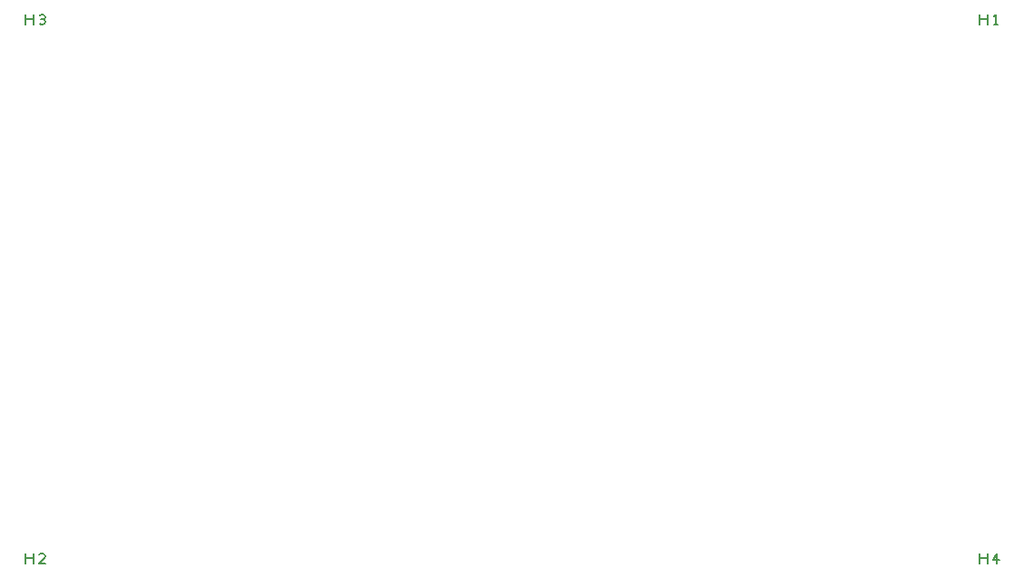
<source format=gbr>
G04 DesignSpark PCB Gerber Version 11.0 Build 5877*
G04 #@! TF.Part,Single*
G04 #@! TF.FileFunction,Other,PA_SWITCH_V4_Remake2 - Top Documentation*
G04 #@! TF.FilePolarity,Positive*
%FSLAX35Y35*%
%MOIN*%
%ADD10C,0.00500*%
G04 #@! TD.AperFunction*
X0Y0D02*
D02*
D10*
X18150Y70437D02*
Y74187D01*
Y72313D02*
X21275D01*
Y70437D02*
Y74187D01*
X25650Y70437D02*
X23150D01*
X25337Y72625D01*
X25650Y73250D01*
X25337Y73875D01*
X24713Y74187D01*
X23775D01*
X23150Y73875D01*
X18150Y268437D02*
Y272187D01*
Y270313D02*
X21275D01*
Y268437D02*
Y272187D01*
X23463Y268750D02*
X24087Y268437D01*
X24713D01*
X25337Y268750D01*
X25650Y269375D01*
X25337Y270000D01*
X24713Y270313D01*
X24087D01*
X24713D02*
X25337Y270625D01*
X25650Y271250D01*
X25337Y271875D01*
X24713Y272187D01*
X24087D01*
X23463Y271875D01*
X368450Y70437D02*
Y74187D01*
Y72313D02*
X371575D01*
Y70437D02*
Y74187D01*
X375013Y70437D02*
Y74187D01*
X373450Y71687D01*
X375950D01*
X368450Y268437D02*
Y272187D01*
Y270313D02*
X371575D01*
Y268437D02*
Y272187D01*
X374075Y268437D02*
X375325D01*
X374700D02*
Y272187D01*
X374075Y271563D01*
X0Y0D02*
M02*

</source>
